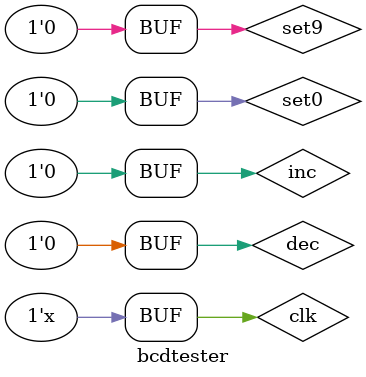
<source format=v>
`timescale 1ns / 1ps


module bcdtester(

    );
    wire [3:0] outputs;
    wire cout, bout;
    reg clk, set9, set0, inc, dec;
    BCDCounter bcd(outputs,cout,bout,set9,set0,inc,dec,clk);
    always
        #10 clk=~clk;
    initial begin
        #0 clk=0;inc=0;dec=0;set9=0;set0=0;
        #20
        #10 inc = 1;
        #310
        #10 inc=0; dec=0; set0 = 1;
        #10 set0=0;
        #10 set9=0; dec = 1;
        #310
        #10 inc=0; dec=0; set0 = 1;
        #10 set0=0; set9 = 1;
        #30 set9=0; 
        #50 ;
    end

endmodule

</source>
